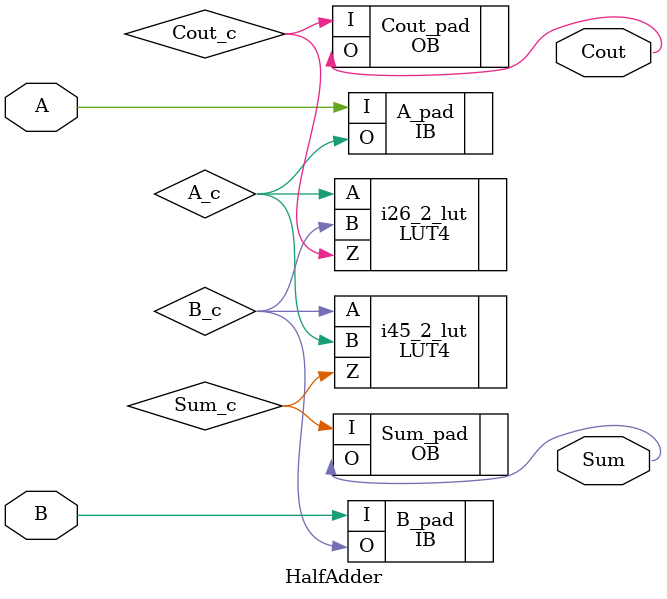
<source format=v>

module HalfAdder (A, B, Cout, Sum);   // c:/lscc/diamond/3.12/examples/halfadder/halfadder.vhd(4[8:17])
    input A;   // c:/lscc/diamond/3.12/examples/halfadder/halfadder.vhd(5[8:9])
    input B;   // c:/lscc/diamond/3.12/examples/halfadder/halfadder.vhd(5[11:12])
    output Cout;   // c:/lscc/diamond/3.12/examples/halfadder/halfadder.vhd(6[4:8])
    output Sum;   // c:/lscc/diamond/3.12/examples/halfadder/halfadder.vhd(6[10:13])
    
    
    wire A_c, B_c, Cout_c, Sum_c, GND_net, VCC_net;
    
    LUT4 i45_2_lut (.A(B_c), .B(A_c), .Z(Sum_c)) /* synthesis lut_function=(!(A (B)+!A !(B))) */ ;
    defparam i45_2_lut.init = 16'h6666;
    LUT4 i26_2_lut (.A(A_c), .B(B_c), .Z(Cout_c)) /* synthesis lut_function=(A (B)) */ ;   // c:/lscc/diamond/3.12/examples/halfadder/halfadder.vhd(14[12:20])
    defparam i26_2_lut.init = 16'h8888;
    VLO i48 (.Z(GND_net));
    OB Cout_pad (.I(Cout_c), .O(Cout));   // c:/lscc/diamond/3.12/examples/halfadder/halfadder.vhd(6[4:8])
    OB Sum_pad (.I(Sum_c), .O(Sum));   // c:/lscc/diamond/3.12/examples/halfadder/halfadder.vhd(6[10:13])
    IB A_pad (.I(A), .O(A_c));   // c:/lscc/diamond/3.12/examples/halfadder/halfadder.vhd(5[8:9])
    IB B_pad (.I(B), .O(B_c));   // c:/lscc/diamond/3.12/examples/halfadder/halfadder.vhd(5[11:12])
    PUR PUR_INST (.PUR(VCC_net));
    defparam PUR_INST.RST_PULSE = 1;
    TSALL TSALL_INST (.TSALL(GND_net));
    GSR GSR_INST (.GSR(VCC_net));
    VHI i49 (.Z(VCC_net));
    
endmodule
//
// Verilog Description of module PUR
// module not written out since it is a black-box. 
//

//
// Verilog Description of module TSALL
// module not written out since it is a black-box. 
//


</source>
